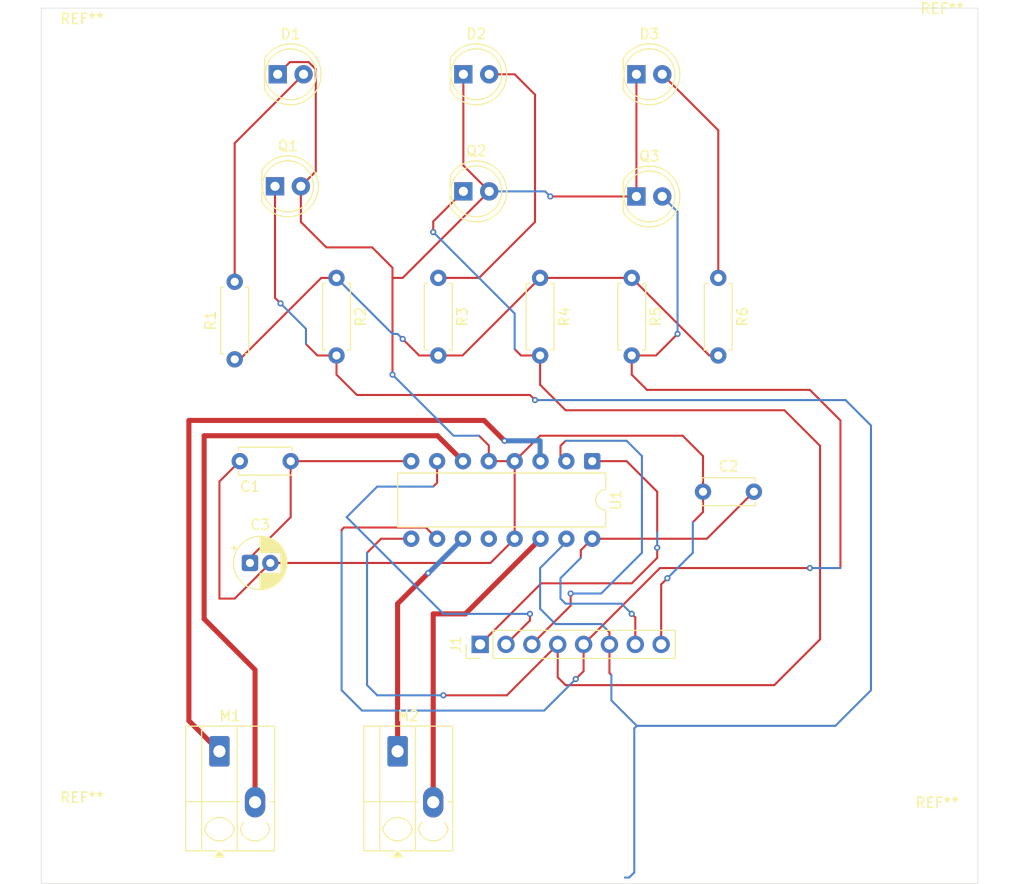
<source format=kicad_pcb>
(kicad_pcb (version 20241229) (generator "pcbnew") (generator_version "9.0")
  (layers (0 "F.Cu" signal) (2 "B.Cu" signal) (13 "F.Paste" user) (15 "B.Paste" user) (5 "F.SilkS" user "F.Silkscreen") (7 "B.SilkS" user "B.Silkscreen") (1 "F.Mask" user) (3 "B.Mask" user) (25 "Edge.Cuts" user))
  (net 0 "")
  (net 1 "GND")
  (net 2 "+12V_MOTOR")
  (net 3 "+5V_LOGIC")
  (net 4 "Net-(D1-A)")
  (net 5 "Net-(D2-A)")
  (net 6 "Net-(D3-A)")
  (net 7 "Net-(M1-Pin_1)")
  (net 8 "Net-(M1-Pin_2)")
  (net 9 "Net-(M2-Pin_1)")
  (net 10 "Net-(M2-Pin_2)")
  (net 11 "+5V")
  (net 12 "unconnected-(U1-3A-Pad10)")
  (net 13 "unconnected-(U1-EN3,4-Pad9)")
  (net 14 "unconnected-(U1-4A-Pad15)")
  (net 15 "unconnected-(U1-EN1,2-Pad1)")
  (net 16 "unconnected-(U1-2A-Pad7)")
  (net 17 "unconnected-(U1-1A-Pad2)")
  (net 18 "/IN2")
  (net 19 "/IN4")
  (net 20 "/ENB")
  (net 21 "/ENA")
  (net 22 "/IN1")
  (net 23 "/IN3")
  (footprint "LED_THT:LED_D5.0mm" (layer "F.Cu") (at 144.21 21.75)
    (property "Reference" "D2" (at 1.27 -3.96 0) (layer "F.SilkS"))
    (property "Value" "aa")
    (pad "1" thru_hole rect (at 0 0) (size 1.8 1.8) (drill 0.9) (layers "*.Cu" "*.Mask") (net 1 "GND"))
    (pad "2" thru_hole circle (at 2.54 0) (size 1.8 1.8) (drill 0.9) (layers "*.Cu" "*.Mask") (net 5 "Net-(D2-A)"))
  )
  (footprint "Resistor_THT:R_Axial_DIN0207_L6.3mm_D2.5mm_P7.62mm_Horizontal" (layer "F.Cu") (at 121.75 49.75 90)
    (property "Reference" "R1" (at 3.81 -2.37 90) (layer "F.SilkS"))
    (property "Value" "220")
    (pad "1" thru_hole circle (at 0 0 90) (size 1.6 1.6) (drill 0.8) (layers "*.Cu" "*.Mask") (net 11 "+5V"))
    (pad "2" thru_hole circle (at 7.62 0 90) (size 1.6 1.6) (drill 0.8) (layers "*.Cu" "*.Mask") (net 4 "Net-(D1-A)"))
  )
  (footprint "LED_THT:LED_D5.0mm" (layer "F.Cu") (at 125.975 21.75)
    (property "Reference" "D1" (at 1.27 -3.96 0) (layer "F.SilkS"))
    (property "Value" "aa")
    (pad "1" thru_hole rect (at 0 0) (size 1.8 1.8) (drill 0.9) (layers "*.Cu" "*.Mask") (net 1 "GND"))
    (pad "2" thru_hole circle (at 2.54 0) (size 1.8 1.8) (drill 0.9) (layers "*.Cu" "*.Mask") (net 4 "Net-(D1-A)"))
  )
  (footprint "Connector_PinHeader_2.54mm:PinHeader_1x08_P2.54mm_Vertical" (layer "F.Cu") (at 145.86 77.75 90)
    (property "Reference" "J1" (at 0 -2.38 90) (layer "F.SilkS"))
    (property "Value" "Arduino Control")
    (pad "1" thru_hole rect (at 0 0 90) (size 1.7 1.7) (drill 1) (layers "*.Cu" "*.Mask") (net 21 "/ENA"))
    (pad "2" thru_hole circle (at 0 2.54 90) (size 1.7 1.7) (drill 1) (layers "*.Cu" "*.Mask") (net 22 "/IN1"))
    (pad "3" thru_hole circle (at 0 5.08 90) (size 1.7 1.7) (drill 1) (layers "*.Cu" "*.Mask") (net 18 "/IN2"))
    (pad "4" thru_hole circle (at 0 7.62 90) (size 1.7 1.7) (drill 1) (layers "*.Cu" "*.Mask") (net 20 "/ENB"))
    (pad "5" thru_hole circle (at 0 10.16 90) (size 1.7 1.7) (drill 1) (layers "*.Cu" "*.Mask") (net 23 "/IN3"))
    (pad "6" thru_hole circle (at 0 12.7 90) (size 1.7 1.7) (drill 1) (layers "*.Cu" "*.Mask") (net 19 "/IN4"))
    (pad "7" thru_hole circle (at 0 15.24 90) (size 1.7 1.7) (drill 1) (layers "*.Cu" "*.Mask") (net 3 "+5V_LOGIC"))
    (pad "8" thru_hole circle (at 0 17.78 90) (size 1.7 1.7) (drill 1) (layers "*.Cu" "*.Mask") (net 1 "GND"))
  )
  (footprint "MountingHole:MountingHole_2.5mm" (layer "F.Cu") (at 106.75 96.25)
    (property "Reference" "REF**" (at 0 -3.45 0) (layer "F.SilkS"))
    (property "Value" "MountingHole_2.5mm")
    (pad "" np_thru_hole circle (at 0 0) (size 2.5 2.5) (drill 2.5) (layers "*.Cu" "*.Mask"))
  )
  (footprint "MountingHole:MountingHole_2.5mm" (layer "F.Cu") (at 191.25 18.75)
    (property "Reference" "REF**" (at 0 -3.45 0) (layer "F.SilkS"))
    (property "Value" "MountingHole_2.5mm")
    (pad "" np_thru_hole circle (at 0 0) (size 2.5 2.5) (drill 2.5) (layers "*.Cu" "*.Mask"))
  )
  (footprint "Resistor_THT:R_Axial_DIN0207_L6.3mm_D2.5mm_P7.62mm_Horizontal" (layer "F.Cu") (at 169.25 41.75 -90)
    (property "Reference" "R6" (at 3.81 -2.37 90) (layer "F.SilkS"))
    (property "Value" "220")
    (pad "1" thru_hole circle (at 0 0 270) (size 1.6 1.6) (drill 0.8) (layers "*.Cu" "*.Mask") (net 6 "Net-(D3-A)"))
    (pad "2" thru_hole circle (at 7.62 0 270) (size 1.6 1.6) (drill 0.8) (layers "*.Cu" "*.Mask") (net 11 "+5V"))
  )
  (footprint "LED_THT:LED_D5.0mm_Clear" (layer "F.Cu") (at 125.71 32.75)
    (property "Reference" "Q1" (at 1.27 -3.96 0) (layer "F.SilkS"))
    (property "Value" "BPW40")
    (pad "1" thru_hole rect (at 0 0) (size 1.8 1.8) (drill 0.9) (layers "*.Cu" "*.Mask") (net 19 "/IN4"))
    (pad "2" thru_hole circle (at 2.54 0) (size 1.8 1.8) (drill 0.9) (layers "*.Cu" "*.Mask") (net 1 "GND"))
  )
  (footprint "Capacitor_THT:C_Disc_D5.0mm_W2.5mm_P5.00mm" (layer "F.Cu") (at 122.25 59.75)
    (property "Reference" "C1" (at 1 2.5 0) (layer "F.SilkS"))
    (property "Value" "C")
    (pad "1" thru_hole circle (at 0 0) (size 1.6 1.6) (drill 0.8) (layers "*.Cu" "*.Mask") (net 1 "GND"))
    (pad "2" thru_hole circle (at 5 0) (size 1.6 1.6) (drill 0.8) (layers "*.Cu" "*.Mask") (net 2 "+12V_MOTOR"))
  )
  (footprint "LED_THT:LED_D5.0mm" (layer "F.Cu") (at 161.21 21.75)
    (property "Reference" "D3" (at 1.27 -3.96 0) (layer "F.SilkS"))
    (property "Value" "aa")
    (pad "1" thru_hole rect (at 0 0) (size 1.8 1.8) (drill 0.9) (layers "*.Cu" "*.Mask") (net 1 "GND"))
    (pad "2" thru_hole circle (at 2.54 0) (size 1.8 1.8) (drill 0.9) (layers "*.Cu" "*.Mask") (net 6 "Net-(D3-A)"))
  )
  (footprint "TerminalBlock_Degson:TerminalBlock_Degson_DG250-3.5-02P_1x02_P3.50mm_45Degree" (layer "F.Cu") (at 137.75 88.25)
    (property "Reference" "M2" (at 1.05 -3.47 0) (layer "F.SilkS"))
    (property "Value" "Motor2")
    (pad "1" thru_hole roundrect (at 0 0) (size 2 3) (drill 1.2) (layers "*.Cu" "*.Mask") (roundrect_rratio 0.125) (net 9 "Net-(M2-Pin_1)"))
    (pad "2" thru_hole oval (at 3.5 5) (size 2 3) (drill 1.2) (layers "*.Cu" "*.Mask") (net 10 "Net-(M2-Pin_2)"))
  )
  (footprint "TerminalBlock_Degson:TerminalBlock_Degson_DG250-3.5-02P_1x02_P3.50mm_45Degree" (layer "F.Cu") (at 120.25 88.25)
    (property "Reference" "M1" (at 1.05 -3.47 0) (layer "F.SilkS"))
    (property "Value" "Motor1")
    (pad "1" thru_hole roundrect (at 0 0) (size 2 3) (drill 1.2) (layers "*.Cu" "*.Mask") (roundrect_rratio 0.125) (net 7 "Net-(M1-Pin_1)"))
    (pad "2" thru_hole oval (at 3.5 5) (size 2 3) (drill 1.2) (layers "*.Cu" "*.Mask") (net 8 "Net-(M1-Pin_2)"))
  )
  (footprint "Package_DIP:DIP-16_W7.62mm" (layer "F.Cu") (at 156.87 59.75 -90)
    (property "Reference" "U1" (at 3.81 -2.33 90) (layer "F.SilkS"))
    (property "Value" "L293D")
    (pad "1" thru_hole roundrect (at 0 0 270) (size 1.6 1.6) (drill 0.8) (layers "*.Cu" "*.Mask") (roundrect_rratio 0.15625) (net 15 "unconnected-(U1-EN1,2-Pad1)"))
    (pad "2" thru_hole circle (at 0 2.54 270) (size 1.6 1.6) (drill 0.8) (layers "*.Cu" "*.Mask") (net 17 "unconnected-(U1-1A-Pad2)"))
    (pad "3" thru_hole circle (at 0 5.08 270) (size 1.6 1.6) (drill 0.8) (layers "*.Cu" "*.Mask") (net 7 "Net-(M1-Pin_1)"))
    (pad "4" thru_hole circle (at 0 7.62 270) (size 1.6 1.6) (drill 0.8) (layers "*.Cu" "*.Mask") (net 1 "GND"))
    (pad "5" thru_hole circle (at 0 10.16 270) (size 1.6 1.6) (drill 0.8) (layers "*.Cu" "*.Mask") (net 1 "GND"))
    (pad "6" thru_hole circle (at 0 12.7 270) (size 1.6 1.6) (drill 0.8) (layers "*.Cu" "*.Mask") (net 8 "Net-(M1-Pin_2)"))
    (pad "7" thru_hole circle (at 0 15.24 270) (size 1.6 1.6) (drill 0.8) (layers "*.Cu" "*.Mask") (net 16 "unconnected-(U1-2A-Pad7)"))
    (pad "8" thru_hole circle (at 0 17.78 270) (size 1.6 1.6) (drill 0.8) (layers "*.Cu" "*.Mask") (net 2 "+12V_MOTOR"))
    (pad "9" thru_hole circle (at 7.62 17.78 270) (size 1.6 1.6) (drill 0.8) (layers "*.Cu" "*.Mask") (net 13 "unconnected-(U1-EN3,4-Pad9)"))
    (pad "10" thru_hole circle (at 7.62 15.24 270) (size 1.6 1.6) (drill 0.8) (layers "*.Cu" "*.Mask") (net 12 "unconnected-(U1-3A-Pad10)"))
    (pad "11" thru_hole circle (at 7.62 12.7 270) (size 1.6 1.6) (drill 0.8) (layers "*.Cu" "*.Mask") (net 9 "Net-(M2-Pin_1)"))
    (pad "12" thru_hole circle (at 7.62 10.16 270) (size 1.6 1.6) (drill 0.8) (layers "*.Cu" "*.Mask") (net 1 "GND"))
    (pad "13" thru_hole circle (at 7.62 7.62 270) (size 1.6 1.6) (drill 0.8) (layers "*.Cu" "*.Mask") (net 1 "GND"))
    (pad "14" thru_hole circle (at 7.62 5.08 270) (size 1.6 1.6) (drill 0.8) (layers "*.Cu" "*.Mask") (net 10 "Net-(M2-Pin_2)"))
    (pad "15" thru_hole circle (at 7.62 2.54 270) (size 1.6 1.6) (drill 0.8) (layers "*.Cu" "*.Mask") (net 14 "unconnected-(U1-4A-Pad15)"))
    (pad "16" thru_hole circle (at 7.62 0 270) (size 1.6 1.6) (drill 0.8) (layers "*.Cu" "*.Mask") (net 3 "+5V_LOGIC"))
  )
  (footprint "Capacitor_THT:C_Disc_D5.0mm_W2.5mm_P5.00mm" (layer "F.Cu") (at 167.75 62.75)
    (property "Reference" "C2" (at 2.5 -2.5 0) (layer "F.SilkS"))
    (property "Value" "C")
    (pad "1" thru_hole circle (at 0 0) (size 1.6 1.6) (drill 0.8) (layers "*.Cu" "*.Mask") (net 1 "GND"))
    (pad "2" thru_hole circle (at 5 0) (size 1.6 1.6) (drill 0.8) (layers "*.Cu" "*.Mask") (net 3 "+5V_LOGIC"))
  )
  (footprint "Resistor_THT:R_Axial_DIN0207_L6.3mm_D2.5mm_P7.62mm_Horizontal" (layer "F.Cu") (at 141.75 41.75 -90)
    (property "Reference" "R3" (at 3.81 -2.37 90) (layer "F.SilkS"))
    (property "Value" "220")
    (pad "1" thru_hole circle (at 0 0 270) (size 1.6 1.6) (drill 0.8) (layers "*.Cu" "*.Mask") (net 5 "Net-(D2-A)"))
    (pad "2" thru_hole circle (at 7.62 0 270) (size 1.6 1.6) (drill 0.8) (layers "*.Cu" "*.Mask") (net 11 "+5V"))
  )
  (footprint "MountingHole:MountingHole_2.5mm" (layer "F.Cu") (at 106.75 19.75)
    (property "Reference" "REF**" (at 0 -3.45 0) (layer "F.SilkS"))
    (property "Value" "MountingHole_2.5mm")
    (pad "" np_thru_hole circle (at 0 0) (size 2.5 2.5) (drill 2.5) (layers "*.Cu" "*.Mask"))
  )
  (footprint "Resistor_THT:R_Axial_DIN0207_L6.3mm_D2.5mm_P7.62mm_Horizontal" (layer "F.Cu") (at 151.75 41.75 -90)
    (property "Reference" "R4" (at 3.81 -2.37 90) (layer "F.SilkS"))
    (property "Value" "10K")
    (pad "1" thru_hole circle (at 0 0 270) (size 1.6 1.6) (drill 0.8) (layers "*.Cu" "*.Mask") (net 11 "+5V"))
    (pad "2" thru_hole circle (at 7.62 0 270) (size 1.6 1.6) (drill 0.8) (layers "*.Cu" "*.Mask") (net 20 "/ENB"))
  )
  (footprint "Capacitor_THT:CP_Radial_D5.0mm_P2.00mm" (layer "F.Cu") (at 123.25 69.75)
    (property "Reference" "C3" (at 1 -3.75 0) (layer "F.SilkS"))
    (property "Value" "C_Polarized")
    (pad "1" thru_hole roundrect (at 0 0) (size 1.6 1.6) (drill 0.8) (layers "*.Cu" "*.Mask") (roundrect_rratio 0.15625) (net 2 "+12V_MOTOR"))
    (pad "2" thru_hole circle (at 2 0) (size 1.6 1.6) (drill 0.8) (layers "*.Cu" "*.Mask") (net 1 "GND"))
  )
  (footprint "LED_THT:LED_D5.0mm_Clear" (layer "F.Cu") (at 144.21 33.25)
    (property "Reference" "Q2" (at 1.27 -3.96 0) (layer "F.SilkS"))
    (property "Value" "BPW40")
    (pad "1" thru_hole rect (at 0 0) (size 1.8 1.8) (drill 0.9) (layers "*.Cu" "*.Mask") (net 20 "/ENB"))
    (pad "2" thru_hole circle (at 2.54 0) (size 1.8 1.8) (drill 0.9) (layers "*.Cu" "*.Mask") (net 1 "GND"))
  )
  (footprint "MountingHole:MountingHole_2.5mm" (layer "F.Cu") (at 190.75 96.75)
    (property "Reference" "REF**" (at 0 -3.45 0) (layer "F.SilkS"))
    (property "Value" "MountingHole_2.5mm")
    (pad "" np_thru_hole circle (at 0 0) (size 2.5 2.5) (drill 2.5) (layers "*.Cu" "*.Mask"))
  )
  (footprint "Resistor_THT:R_Axial_DIN0207_L6.3mm_D2.5mm_P7.62mm_Horizontal" (layer "F.Cu") (at 131.75 41.75 -90)
    (property "Reference" "R2" (at 3.81 -2.37 90) (layer "F.SilkS"))
    (property "Value" "10K")
    (pad "1" thru_hole circle (at 0 0 270) (size 1.6 1.6) (drill 0.8) (layers "*.Cu" "*.Mask") (net 11 "+5V"))
    (pad "2" thru_hole circle (at 7.62 0 270) (size 1.6 1.6) (drill 0.8) (layers "*.Cu" "*.Mask") (net 19 "/IN4"))
  )
  (footprint "Resistor_THT:R_Axial_DIN0207_L6.3mm_D2.5mm_P7.62mm_Horizontal" (layer "F.Cu") (at 160.75 41.75 -90)
    (property "Reference" "R5" (at 3.81 -2.37 90) (layer "F.SilkS"))
    (property "Value" "10K")
    (pad "1" thru_hole circle (at 0 0 270) (size 1.6 1.6) (drill 0.8) (layers "*.Cu" "*.Mask") (net 11 "+5V"))
    (pad "2" thru_hole circle (at 7.62 0 270) (size 1.6 1.6) (drill 0.8) (layers "*.Cu" "*.Mask") (net 23 "/IN3"))
  )
  (footprint "LED_THT:LED_D5.0mm_Clear" (layer "F.Cu") (at 161.21 33.75)
    (property "Reference" "Q3" (at 1.27 -3.96 0) (layer "F.SilkS"))
    (property "Value" "BPW40")
    (pad "1" thru_hole rect (at 0 0) (size 1.8 1.8) (drill 0.9) (layers "*.Cu" "*.Mask") (net 1 "GND"))
    (pad "2" thru_hole circle (at 2.54 0) (size 1.8 1.8) (drill 0.9) (layers "*.Cu" "*.Mask") (net 23 "/IN3"))
  )
  (gr_rect (start 102.75 15.25) (end 194.75 101.25) (stroke (width 0.05)) (fill no) (layer "Edge.Cuts"))
  (segment (start 120.25 61.75) (end 120.25 73.25) (width 0.2) (layer "F.Cu") (net 1))
  (segment (start 163.64 77.75) (end 163.64 71.86) (width 0.2) (layer "F.Cu") (net 1))
  (segment (start 129.716 31.284) (end 128.25 32.75) (width 0.2) (layer "F.Cu") (net 1))
  (segment (start 128.25 32.75) (end 128.25 36.25) (width 0.2) (layer "F.Cu") (net 1))
  (segment (start 167.75 59.25) (end 165.75 57.25) (width 0.2) (layer "F.Cu") (net 1))
  (segment (start 146.71 59.75) (end 149.25 59.75) (width 0.2) (layer "F.Cu") (net 1))
  (segment (start 163.64 71.86) (end 164.25 71.25) (width 0.2) (layer "F.Cu") (net 1))
  (segment (start 146.71 58.21) (end 145.75 57.25) (width 0.2) (layer "F.Cu") (net 1))
  (segment (start 146.71 59.75) (end 146.71 58.21) (width 0.2) (layer "F.Cu") (net 1))
  (segment (start 167.75 64.75) (end 166.75 65.75) (width 0.2) (layer "F.Cu") (net 1))
  (segment (start 161.21 21.75) (end 161.21 33.75) (width 0.2) (layer "F.Cu") (net 1))
  (segment (start 144.21 30.71) (end 146.75 33.25) (width 0.2) (layer "F.Cu") (net 1))
  (segment (start 144.21 21.75) (end 144.21 30.71) (width 0.2) (layer "F.Cu") (net 1))
  (segment (start 130.75 38.75) (end 135.25 38.75) (width 0.2) (layer "F.Cu") (net 1))
  (segment (start 125.975 21.75) (end 127.176 20.549) (width 0.2) (layer "F.Cu") (net 1))
  (segment (start 146.75 33.25) (end 138.25 41.75) (width 0.2) (layer "F.Cu") (net 1))
  (segment (start 125.25 69.75) (end 146.87 69.75) (width 0.2) (layer "F.Cu") (net 1))
  (segment (start 137.25 40.75) (end 137.25 41.75) (width 0.2) (layer "F.Cu") (net 1))
  (segment (start 138.25 41.75) (end 137.25 41.75) (width 0.2) (layer "F.Cu") (net 1))
  (segment (start 149.25 59.75) (end 149.25 67.37) (width 0.2) (layer "F.Cu") (net 1))
  (segment (start 128.25 36.25) (end 130.75 38.75) (width 0.2) (layer "F.Cu") (net 1))
  (segment (start 137.25 41.75) (end 137.25 51.25) (width 0.2) (layer "F.Cu") (net 1))
  (segment (start 129.012471 20.549) (end 129.716 21.252529) (width 0.2) (layer "F.Cu") (net 1))
  (segment (start 165.75 57.25) (end 151.75 57.25) (width 0.2) (layer "F.Cu") (net 1))
  (segment (start 135.25 38.75) (end 137.25 40.75) (width 0.2) (layer "F.Cu") (net 1))
  (segment (start 127.176 20.549) (end 129.012471 20.549) (width 0.2) (layer "F.Cu") (net 1))
  (segment (start 167.75 62.75) (end 167.75 59.25) (width 0.2) (layer "F.Cu") (net 1))
  (segment (start 161.21 33.75) (end 152.75 33.75) (width 0.2) (layer "F.Cu") (net 1))
  (segment (start 146.87 69.75) (end 149.25 67.37) (width 0.2) (layer "F.Cu") (net 1))
  (segment (start 122.25 59.75) (end 120.25 61.75) (width 0.2) (layer "F.Cu") (net 1))
  (segment (start 129.716 21.252529) (end 129.716 31.284) (width 0.2) (layer "F.Cu") (net 1))
  (segment (start 120.25 73.25) (end 121.75 73.25) (width 0.2) (layer "F.Cu") (net 1))
  (segment (start 151.75 57.25) (end 149.25 59.75) (width 0.2) (layer "F.Cu") (net 1))
  (segment (start 121.75 73.25) (end 125.25 69.75) (width 0.2) (layer "F.Cu") (net 1))
  (segment (start 167.75 62.75) (end 167.75 64.75) (width 0.2) (layer "F.Cu") (net 1))
  (via (at 152.75 33.75) (size 0.6) (drill 0.3) (layers "F.Cu" "B.Cu") (net 1))
  (via (at 137.25 51.25) (size 0.6) (drill 0.3) (layers "F.Cu" "B.Cu") (net 1))
  (via (at 164.25 71.25) (size 0.6) (drill 0.3) (layers "F.Cu" "B.Cu") (net 1))
  (segment (start 164.25 71.25) (end 166.75 68.75) (width 0.2) (layer "B.Cu") (net 1))
  (segment (start 166.75 68.75) (end 166.75 65.75) (width 0.2) (layer "B.Cu") (net 1))
  (segment (start 143.25 57.25) (end 145.75 57.25) (width 0.2) (layer "B.Cu") (net 1))
  (segment (start 152.25 33.25) (end 146.75 33.25) (width 0.2) (layer "B.Cu") (net 1))
  (segment (start 137.25 51.25) (end 143.25 57.25) (width 0.2) (layer "B.Cu") (net 1))
  (segment (start 152.75 33.75) (end 152.25 33.25) (width 0.2) (layer "B.Cu") (net 1))
  (segment (start 127.25 59.75) (end 139.09 59.75) (width 0.2) (layer "F.Cu") (net 2))
  (segment (start 123.25 69.25) (end 127.25 65.25) (width 0.2) (layer "F.Cu") (net 2))
  (segment (start 123.25 69.75) (end 123.25 69.25) (width 0.2) (layer "F.Cu") (net 2))
  (segment (start 127.25 65.25) (end 127.25 59.75) (width 0.2) (layer "F.Cu") (net 2))
  (segment (start 161.1 75.1) (end 160.75 74.75) (width 0.2) (layer "F.Cu") (net 3))
  (segment (start 161.1 77.75) (end 161.1 75.1) (width 0.2) (layer "F.Cu") (net 3))
  (segment (start 156.87 67.37) (end 155.75 68.49) (width 0.2) (layer "F.Cu") (net 3))
  (segment (start 168.13 67.37) (end 172.75 62.75) (width 0.2) (layer "F.Cu") (net 3))
  (segment (start 155.75 68.49) (end 155.75 69.25) (width 0.2) (layer "F.Cu") (net 3))
  (segment (start 156.87 67.37) (end 168.13 67.37) (width 0.2) (layer "F.Cu") (net 3))
  (via (at 160.75 74.75) (size 0.6) (drill 0.3) (layers "F.Cu" "B.Cu") (net 3))
  (segment (start 154.25 73.75) (end 153.75 73.25) (width 0.2) (layer "B.Cu") (net 3))
  (segment (start 153.75 71.25) (end 155.75 69.25) (width 0.2) (layer "B.Cu") (net 3))
  (segment (start 153.75 73.25) (end 153.75 71.25) (width 0.2) (layer "B.Cu") (net 3))
  (segment (start 159.75 73.75) (end 154.25 73.75) (width 0.2) (layer "B.Cu") (net 3))
  (segment (start 160.75 74.75) (end 159.75 73.75) (width 0.2) (layer "B.Cu") (net 3))
  (segment (start 121.75 42.13) (end 121.75 28.515) (width 0.2) (layer "F.Cu") (net 4))
  (segment (start 121.75 28.515) (end 128.515 21.75) (width 0.2) (layer "F.Cu") (net 4))
  (segment (start 141.75 41.75) (end 145.75 41.75) (width 0.2) (layer "F.Cu") (net 5))
  (segment (start 151.25 23.75) (end 149.25 21.75) (width 0.2) (layer "F.Cu") (net 5))
  (segment (start 145.75 41.75) (end 151.25 36.25) (width 0.2) (layer "F.Cu") (net 5))
  (segment (start 151.25 36.25) (end 151.25 23.75) (width 0.2) (layer "F.Cu") (net 5))
  (segment (start 149.25 21.75) (end 146.75 21.75) (width 0.2) (layer "F.Cu") (net 5))
  (segment (start 169.25 27.25) (end 163.75 21.75) (width 0.2) (layer "F.Cu") (net 6))
  (segment (start 169.25 41.75) (end 169.25 27.25) (width 0.2) (layer "F.Cu") (net 6))
  (segment (start 117.25 85.25) (end 117.25 55.75) (width 0.5) (layer "F.Cu") (net 7))
  (segment (start 146.25 55.75) (end 148.25 57.75) (width 0.5) (layer "F.Cu") (net 7))
  (segment (start 117.25 55.75) (end 146.25 55.75) (width 0.5) (layer "F.Cu") (net 7))
  (segment (start 120.25 88.25) (end 117.25 85.25) (width 0.5) (layer "F.Cu") (net 7))
  (via (at 148.25 57.75) (size 0.6) (drill 0.3) (layers "F.Cu" "B.Cu") (net 7))
  (segment (start 151.75 57.75) (end 151.75 59.71) (width 0.5) (layer "B.Cu") (net 7))
  (segment (start 148.25 57.75) (end 151.75 57.75) (width 0.5) (layer "B.Cu") (net 7))
  (segment (start 151.75 59.71) (end 151.79 59.75) (width 0.5) (layer "B.Cu") (net 7))
  (segment (start 118.75 57.25) (end 141.67 57.25) (width 0.5) (layer "F.Cu") (net 8))
  (segment (start 123.75 80.25) (end 118.75 75.25) (width 0.5) (layer "F.Cu") (net 8))
  (segment (start 141.67 57.25) (end 144.17 59.75) (width 0.5) (layer "F.Cu") (net 8))
  (segment (start 123.75 93.25) (end 123.75 80.25) (width 0.5) (layer "F.Cu") (net 8))
  (segment (start 118.75 75.25) (end 118.75 57.25) (width 0.5) (layer "F.Cu") (net 8))
  (segment (start 137.75 88.25) (end 137.75 73.75) (width 0.5) (layer "F.Cu") (net 9))
  (segment (start 137.75 73.75) (end 140.75 70.75) (width 0.5) (layer "F.Cu") (net 9))
  (via (at 140.75 70.75) (size 0.6) (drill 0.3) (layers "F.Cu" "B.Cu") (net 9))
  (segment (start 140.75 70.75) (end 140.79 70.75) (width 0.5) (layer "B.Cu") (net 9))
  (segment (start 140.79 70.75) (end 144.17 67.37) (width 0.5) (layer "B.Cu") (net 9))
  (segment (start 141.25 93.25) (end 141.25 74.75) (width 0.5) (layer "F.Cu") (net 10))
  (segment (start 141.25 74.75) (end 144.41 74.75) (width 0.5) (layer "F.Cu") (net 10))
  (segment (start 144.41 74.75) (end 151.79 67.37) (width 0.5) (layer "F.Cu") (net 10))
  (segment (start 130.25 41.75) (end 131.75 41.75) (width 0.2) (layer "F.Cu") (net 11))
  (segment (start 121.75 49.75) (end 122.25 49.75) (width 0.2) (layer "F.Cu") (net 11))
  (segment (start 144.13 49.37) (end 151.75 41.75) (width 0.2) (layer "F.Cu") (net 11))
  (segment (start 160.75 41.75) (end 168.37 49.37) (width 0.2) (layer "F.Cu") (net 11))
  (segment (start 141.75 49.37) (end 144.13 49.37) (width 0.2) (layer "F.Cu") (net 11))
  (segment (start 160.75 41.75) (end 151.75 41.75) (width 0.2) (layer "F.Cu") (net 11))
  (segment (start 139.87 49.37) (end 138.25 47.75) (width 0.2) (layer "F.Cu") (net 11))
  (segment (start 122.25 49.75) (end 130.25 41.75) (width 0.2) (layer "F.Cu") (net 11))
  (segment (start 168.37 49.37) (end 169.25 49.37) (width 0.2) (layer "F.Cu") (net 11))
  (segment (start 141.75 49.37) (end 139.87 49.37) (width 0.2) (layer "F.Cu") (net 11))
  (via (at 138.25 47.75) (size 0.6) (drill 0.3) (layers "F.Cu" "B.Cu") (net 11))
  (segment (start 137.75 47.25) (end 137.25 47.25) (width 0.2) (layer "B.Cu") (net 11))
  (segment (start 138.25 47.75) (end 137.75 47.25) (width 0.2) (layer "B.Cu") (net 11))
  (segment (start 137.25 47.25) (end 131.75 41.75) (width 0.2) (layer "B.Cu") (net 11))
  (segment (start 132.481 66.269) (end 132.25 66.5) (width 0.2) (layer "F.Cu") (net 12))
  (segment (start 132.25 66.75) (end 132.25 66.5) (width 0.2) (layer "F.Cu") (net 12))
  (segment (start 140.529 66.269) (end 132.481 66.269) (width 0.2) (layer "F.Cu") (net 12))
  (segment (start 141.63 67.37) (end 140.529 66.269) (width 0.2) (layer "F.Cu") (net 12))
  (segment (start 136.13 67.37) (end 134.75 68.75) (width 0.2) (layer "F.Cu") (net 13))
  (segment (start 139.09 67.37) (end 136.13 67.37) (width 0.2) (layer "F.Cu") (net 13))
  (segment (start 154.33 67.37) (end 154.33 67.67) (width 0.2) (layer "B.Cu") (net 14))
  (segment (start 157.75 75.75) (end 158.25 76.25) (width 0.2) (layer "B.Cu") (net 14))
  (segment (start 153.25 75.75) (end 157.75 75.75) (width 0.2) (layer "B.Cu") (net 14))
  (segment (start 154.25 67.75) (end 151.75 70.25) (width 0.2) (layer "B.Cu") (net 14))
  (segment (start 154.33 67.67) (end 154.25 67.75) (width 0.2) (layer "B.Cu") (net 14))
  (segment (start 151.75 74.25) (end 153.25 75.75) (width 0.2) (layer "B.Cu") (net 14))
  (segment (start 151.75 70.25) (end 151.75 74.25) (width 0.2) (layer "B.Cu") (net 14))
  (segment (start 156.87 59.75) (end 160.25 59.75) (width 0.2) (layer "F.Cu") (net 15))
  (segment (start 163.25 62.75) (end 163.25 66.75) (width 0.2) (layer "F.Cu") (net 15))
  (segment (start 160.25 59.75) (end 163.25 62.75) (width 0.2) (layer "F.Cu") (net 15))
  (segment (start 141.63 59.75) (end 141.63 61.87) (width 0.2) (layer "F.Cu") (net 16))
  (segment (start 141.63 61.87) (end 141.25 62.25) (width 0.2) (layer "F.Cu") (net 16))
  (segment (start 153.75 58.25) (end 154.25 57.75) (width 0.2) (layer "F.Cu") (net 17))
  (segment (start 154.33 59.75) (end 153.75 59.17) (width 0.2) (layer "F.Cu") (net 17))
  (segment (start 153.75 59.17) (end 153.75 58.25) (width 0.2) (layer "F.Cu") (net 17))
  (segment (start 150.94 77.75) (end 154.75 73.94) (width 0.2) (layer "F.Cu") (net 18))
  (segment (start 154.75 73.94) (end 154.75 72.75) (width 0.2) (layer "F.Cu") (net 18))
  (via (at 154.75 72.75) (size 0.6) (drill 0.3) (layers "F.Cu" "B.Cu") (net 18))
  (segment (start 161.75 68.75) (end 161.75 59.25) (width 0.2) (layer "B.Cu") (net 18))
  (segment (start 161.75 59.25) (end 160.25 57.75) (width 0.2) (layer "B.Cu") (net 18))
  (segment (start 154.75 72.75) (end 157.75 72.75) (width 0.2) (layer "B.Cu") (net 18))
  (segment (start 160.25 57.75) (end 154.25 57.75) (width 0.2) (layer "B.Cu") (net 18))
  (segment (start 157.75 72.75) (end 161.75 68.75) (width 0.2) (layer "B.Cu") (net 18))
  (segment (start 131.75 49.37) (end 131.75 51.25) (width 0.2) (layer "F.Cu") (net 19))
  (segment (start 158.56 76.56) (end 158.25 76.25) (width 0.2) (layer "F.Cu") (net 19))
  (segment (start 131.75 51.25) (end 133.75 53.25) (width 0.2) (layer "F.Cu") (net 19))
  (segment (start 129.87 49.37) (end 128.75 48.25) (width 0.2) (layer "F.Cu") (net 19))
  (segment (start 158.56 77.75) (end 158.56 80.56) (width 0.2) (layer "F.Cu") (net 19))
  (segment (start 158.56 77.75) (end 158.56 77.56) (width 0.2) (layer "F.Cu") (net 19))
  (segment (start 150.75 53.25) (end 151.25 53.75) (width 0.2) (layer "F.Cu") (net 19))
  (segment (start 133.75 53.25) (end 150.75 53.25) (width 0.2) (layer "F.Cu") (net 19))
  (segment (start 125.71 43.71) (end 126.25 44.25) (width 0.2) (layer "F.Cu") (net 19))
  (segment (start 158.56 77.75) (end 158.56 76.56) (width 0.2) (layer "F.Cu") (net 19))
  (segment (start 131.75 49.37) (end 129.87 49.37) (width 0.2) (layer "F.Cu") (net 19))
  (segment (start 158.56 80.56) (end 158.75 80.75) (width 0.2) (layer "F.Cu") (net 19))
  (segment (start 125.71 32.75) (end 125.71 43.71) (width 0.2) (layer "F.Cu") (net 19))
  (via (at 126.25 44.25) (size 0.6) (drill 0.3) (layers "F.Cu" "B.Cu") (net 19))
  (via (at 151.25 53.75) (size 0.6) (drill 0.3) (layers "F.Cu" "B.Cu") (net 19))
  (segment (start 161 100.149) (end 160.5 100.649) (width 0.2) (layer "B.Cu") (net 19))
  (segment (start 151.25 53.75) (end 181.75 53.75) (width 0.2) (layer "B.Cu") (net 19))
  (segment (start 161 86) (end 161 100.149) (width 0.2) (layer "B.Cu") (net 19))
  (segment (start 180.75 85.75) (end 161.25 85.75) (width 0.2) (layer "B.Cu") (net 19))
  (segment (start 128.75 46.75) (end 128.75 48.25) (width 0.2) (layer "B.Cu") (net 19))
  (segment (start 126.25 44.25) (end 128.75 46.75) (width 0.2) (layer "B.Cu") (net 19))
  (segment (start 161.25 85.75) (end 161 86) (width 0.2) (layer "B.Cu") (net 19))
  (segment (start 158.75 83.25) (end 158.75 80.75) (width 0.2) (layer "B.Cu") (net 19))
  (segment (start 181.75 53.75) (end 184.25 56.25) (width 0.2) (layer "B.Cu") (net 19))
  (segment (start 161.25 85.75) (end 158.75 83.25) (width 0.2) (layer "B.Cu") (net 19))
  (segment (start 184.25 82.25) (end 180.75 85.75) (width 0.2) (layer "B.Cu") (net 19))
  (segment (start 160.5 100.649) (end 160.08 100.649) (width 0.2) (layer "B.Cu") (net 19))
  (segment (start 184.25 56.25) (end 184.25 82.25) (width 0.2) (layer "B.Cu") (net 19))
  (segment (start 149.87 49.37) (end 149.25 48.75) (width 0.2) (layer "F.Cu") (net 20))
  (segment (start 174.75 81.75) (end 179.25 77.25) (width 0.2) (layer "F.Cu") (net 20))
  (segment (start 179.25 77.25) (end 179.25 58.25) (width 0.2) (layer "F.Cu") (net 20))
  (segment (start 144.21 33.25) (end 141.25 36.21) (width 0.2) (layer "F.Cu") (net 20))
  (segment (start 151.75 49.37) (end 149.87 49.37) (width 0.2) (layer "F.Cu") (net 20))
  (segment (start 141.25 36.21) (end 141.25 37.25) (width 0.2) (layer "F.Cu") (net 20))
  (segment (start 148.48 82.75) (end 142.25 82.75) (width 0.2) (layer "F.Cu") (net 20))
  (segment (start 179.25 58.25) (end 175.75 54.75) (width 0.2) (layer "F.Cu") (net 20))
  (segment (start 154.25 81.75) (end 174.75 81.75) (width 0.2) (layer "F.Cu") (net 20))
  (segment (start 175.75 54.75) (end 154.25 54.75) (width 0.2) (layer "F.Cu") (net 20))
  (segment (start 153.48 80.98) (end 154.25 81.75) (width 0.2) (layer "F.Cu") (net 20))
  (segment (start 153.48 77.75) (end 148.48 82.75) (width 0.2) (layer "F.Cu") (net 20))
  (segment (start 153.48 77.75) (end 153.48 80.98) (width 0.2) (layer "F.Cu") (net 20))
  (segment (start 154.25 54.75) (end 151.75 52.25) (width 0.2) (layer "F.Cu") (net 20))
  (segment (start 151.75 52.25) (end 151.75 49.37) (width 0.2) (layer "F.Cu") (net 20))
  (via (at 142.25 82.75) (size 0.6) (drill 0.3) (layers "F.Cu" "B.Cu") (net 20))
  (via (at 141.25 37.25) (size 0.6) (drill 0.3) (layers "F.Cu" "B.Cu") (net 20))
  (segment (start 135.75 82.75) (end 134.75 81.75) (width 0.2) (layer "B.Cu") (net 20))
  (segment (start 142.25 82.75) (end 135.75 82.75) (width 0.2) (layer "B.Cu") (net 20))
  (segment (start 149.25 45.25) (end 149.25 48.75) (width 0.2) (layer "B.Cu") (net 20))
  (segment (start 141.25 37.25) (end 149.25 45.25) (width 0.2) (layer "B.Cu") (net 20))
  (segment (start 134.75 81.75) (end 134.75 68.75) (width 0.2) (layer "B.Cu") (net 20))
  (segment (start 160.75 71.75) (end 163.25 69.25) (width 0.2) (layer "F.Cu") (net 21))
  (segment (start 163.25 69.25) (end 163.25 68.25) (width 0.2) (layer "F.Cu") (net 21))
  (segment (start 145.86 77.75) (end 151.86 71.75) (width 0.2) (layer "F.Cu") (net 21))
  (segment (start 151.86 71.75) (end 160.75 71.75) (width 0.2) (layer "F.Cu") (net 21))
  (via (at 163.25 68.25) (size 0.6) (drill 0.3) (layers "F.Cu" "B.Cu") (net 21))
  (segment (start 163.25 68.25) (end 163.25 66.75) (width 0.2) (layer "B.Cu") (net 21))
  (segment (start 148.25 77.25) (end 148.25 77.6) (width 0.2) (layer "F.Cu") (net 22))
  (segment (start 148.25 77.6) (end 148.4 77.75) (width 0.2) (layer "F.Cu") (net 22))
  (segment (start 148.4 77.75) (end 150.75 75.4) (width 0.2) (layer "F.Cu") (net 22))
  (segment (start 150.75 75.4) (end 150.75 74.75) (width 0.2) (layer "F.Cu") (net 22))
  (via (at 150.75 74.75) (size 0.6) (drill 0.3) (layers "F.Cu" "B.Cu") (net 22))
  (segment (start 135.75 62.25) (end 141.25 62.25) (width 0.2) (layer "B.Cu") (net 22))
  (segment (start 150.75 74.75) (end 142.25 74.75) (width 0.2) (layer "B.Cu") (net 22))
  (segment (start 132.75 65.25) (end 135.75 62.25) (width 0.2) (layer "B.Cu") (net 22))
  (segment (start 142.25 74.75) (end 132.75 65.25) (width 0.2) (layer "B.Cu") (net 22))
  (segment (start 160.75 51.25) (end 162.25 52.75) (width 0.2) (layer "F.Cu") (net 23))
  (segment (start 181.25 55.75) (end 181.25 70.25) (width 0.2) (layer "F.Cu") (net 23))
  (segment (start 160.75 49.37) (end 160.75 51.25) (width 0.2) (layer "F.Cu") (net 23))
  (segment (start 156.02 77.75) (end 156.02 80.38) (width 0.2) (layer "F.Cu") (net 23))
  (segment (start 178.25 52.75) (end 181.25 55.75) (width 0.2) (layer "F.Cu") (net 23))
  (segment (start 163.13 49.37) (end 165.25 47.25) (width 0.2) (layer "F.Cu") (net 23))
  (segment (start 156.02 80.38) (end 155.25 81.15) (width 0.2) (layer "F.Cu") (net 23))
  (segment (start 156.02 77.75) (end 163.52 70.25) (width 0.2) (layer "F.Cu") (net 23))
  (segment (start 160.75 49.37) (end 163.13 49.37) (width 0.2) (layer "F.Cu") (net 23))
  (segment (start 162.25 52.75) (end 178.25 52.75) (width 0.2) (layer "F.Cu") (net 23))
  (segment (start 163.52 70.25) (end 178.25 70.25) (width 0.2) (layer "F.Cu") (net 23))
  (via (at 178.25 70.25) (size 0.6) (drill 0.3) (layers "F.Cu" "B.Cu") (net 23))
  (via (at 155.25 81.15) (size 0.6) (drill 0.3) (layers "F.Cu" "B.Cu") (net 23))
  (via (at 165.25 47.25) (size 0.6) (drill 0.3) (layers "F.Cu" "B.Cu") (net 23))
  (segment (start 152.15 84.25) (end 134.25 84.25) (width 0.2) (layer "B.Cu") (net 23))
  (segment (start 165.25 47.25) (end 165.25 35.25) (width 0.2) (layer "B.Cu") (net 23))
  (segment (start 132.25 82.25) (end 132.25 66.75) (width 0.2) (layer "B.Cu") (net 23))
  (segment (start 178.25 70.25) (end 181.25 70.25) (width 0.2) (layer "B.Cu") (net 23))
  (segment (start 155.25 81.15) (end 152.15 84.25) (width 0.2) (layer "B.Cu") (net 23))
  (segment (start 134.25 84.25) (end 132.25 82.25) (width 0.2) (layer "B.Cu") (net 23))
  (segment (start 165.25 35.25) (end 163.75 33.75) (width 0.2) (layer "B.Cu") (net 23))
)
</source>
